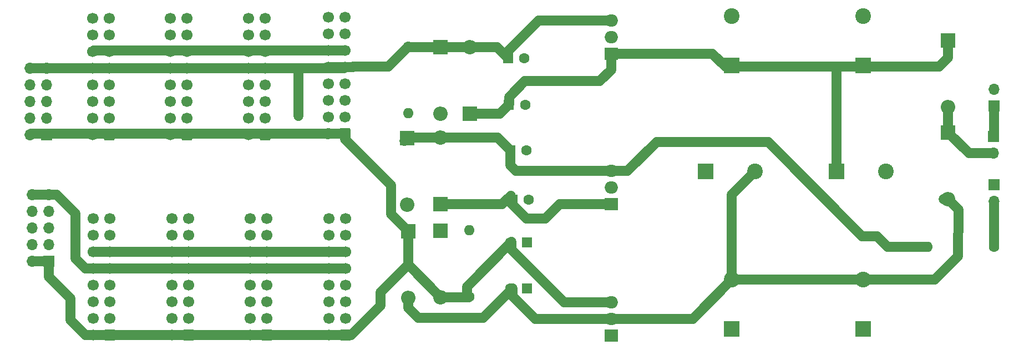
<source format=gbr>
G04 #@! TF.GenerationSoftware,KiCad,Pcbnew,6.0.2+dfsg-1*
G04 #@! TF.CreationDate,2023-05-14T11:53:55+12:00*
G04 #@! TF.ProjectId,MFOS-wallwart,4d464f53-2d77-4616-9c6c-776172742e6b,rev?*
G04 #@! TF.SameCoordinates,Original*
G04 #@! TF.FileFunction,Copper,L1,Top*
G04 #@! TF.FilePolarity,Positive*
%FSLAX46Y46*%
G04 Gerber Fmt 4.6, Leading zero omitted, Abs format (unit mm)*
G04 Created by KiCad (PCBNEW 6.0.2+dfsg-1) date 2023-05-14 11:53:55*
%MOMM*%
%LPD*%
G01*
G04 APERTURE LIST*
G04 Aperture macros list*
%AMRoundRect*
0 Rectangle with rounded corners*
0 $1 Rounding radius*
0 $2 $3 $4 $5 $6 $7 $8 $9 X,Y pos of 4 corners*
0 Add a 4 corners polygon primitive as box body*
4,1,4,$2,$3,$4,$5,$6,$7,$8,$9,$2,$3,0*
0 Add four circle primitives for the rounded corners*
1,1,$1+$1,$2,$3*
1,1,$1+$1,$4,$5*
1,1,$1+$1,$6,$7*
1,1,$1+$1,$8,$9*
0 Add four rect primitives between the rounded corners*
20,1,$1+$1,$2,$3,$4,$5,0*
20,1,$1+$1,$4,$5,$6,$7,0*
20,1,$1+$1,$6,$7,$8,$9,0*
20,1,$1+$1,$8,$9,$2,$3,0*%
G04 Aperture macros list end*
G04 #@! TA.AperFunction,ComponentPad*
%ADD10C,1.600000*%
G04 #@! TD*
G04 #@! TA.AperFunction,ComponentPad*
%ADD11R,1.600000X1.600000*%
G04 #@! TD*
G04 #@! TA.AperFunction,ComponentPad*
%ADD12C,1.700000*%
G04 #@! TD*
G04 #@! TA.AperFunction,ComponentPad*
%ADD13RoundRect,0.250000X0.600000X0.600000X-0.600000X0.600000X-0.600000X-0.600000X0.600000X-0.600000X0*%
G04 #@! TD*
G04 #@! TA.AperFunction,ComponentPad*
%ADD14O,1.700000X1.700000*%
G04 #@! TD*
G04 #@! TA.AperFunction,ComponentPad*
%ADD15R,1.700000X1.700000*%
G04 #@! TD*
G04 #@! TA.AperFunction,ComponentPad*
%ADD16O,1.600000X1.600000*%
G04 #@! TD*
G04 #@! TA.AperFunction,ComponentPad*
%ADD17O,2.200000X2.200000*%
G04 #@! TD*
G04 #@! TA.AperFunction,ComponentPad*
%ADD18R,2.200000X2.200000*%
G04 #@! TD*
G04 #@! TA.AperFunction,ComponentPad*
%ADD19O,2.000000X1.905000*%
G04 #@! TD*
G04 #@! TA.AperFunction,ComponentPad*
%ADD20R,2.000000X1.905000*%
G04 #@! TD*
G04 #@! TA.AperFunction,ComponentPad*
%ADD21C,2.400000*%
G04 #@! TD*
G04 #@! TA.AperFunction,ComponentPad*
%ADD22R,2.400000X2.400000*%
G04 #@! TD*
G04 #@! TA.AperFunction,ViaPad*
%ADD23C,0.800000*%
G04 #@! TD*
G04 #@! TA.AperFunction,Conductor*
%ADD24C,1.500000*%
G04 #@! TD*
G04 APERTURE END LIST*
D10*
X132645200Y-83985600D03*
D11*
X130145200Y-83985600D03*
X130500000Y-91500000D03*
D10*
X133000000Y-91500000D03*
X130182380Y-98000000D03*
D11*
X132682380Y-98000000D03*
D10*
X132317621Y-69951600D03*
D11*
X129817621Y-69951600D03*
D10*
X130182380Y-105105200D03*
D11*
X132682380Y-105105200D03*
D10*
X132448584Y-77021852D03*
D11*
X129948584Y-77021852D03*
D12*
X66525000Y-94420000D03*
X66525000Y-96960000D03*
X66525000Y-99500000D03*
X66525000Y-102040000D03*
X66525000Y-104580000D03*
X66525000Y-107120000D03*
X66525000Y-109660000D03*
X66525000Y-112200000D03*
X69065000Y-94420000D03*
X69065000Y-96960000D03*
X69065000Y-99500000D03*
X69065000Y-102040000D03*
X69065000Y-104580000D03*
X69065000Y-107120000D03*
X69065000Y-109660000D03*
D13*
X69065000Y-112200000D03*
D12*
X78505000Y-94420000D03*
X78505000Y-96960000D03*
X78505000Y-99500000D03*
X78505000Y-102040000D03*
X78505000Y-104580000D03*
X78505000Y-107120000D03*
X78505000Y-109660000D03*
X78505000Y-112200000D03*
X81045000Y-94420000D03*
X81045000Y-96960000D03*
X81045000Y-99500000D03*
X81045000Y-102040000D03*
X81045000Y-104580000D03*
X81045000Y-107120000D03*
X81045000Y-109660000D03*
D13*
X81045000Y-112200000D03*
D12*
X90485000Y-94420000D03*
X90485000Y-96960000D03*
X90485000Y-99500000D03*
X90485000Y-102040000D03*
X90485000Y-104580000D03*
X90485000Y-107120000D03*
X90485000Y-109660000D03*
X90485000Y-112200000D03*
X93025000Y-94420000D03*
X93025000Y-96960000D03*
X93025000Y-99500000D03*
X93025000Y-102040000D03*
X93025000Y-104580000D03*
X93025000Y-107120000D03*
X93025000Y-109660000D03*
D13*
X93025000Y-112200000D03*
D12*
X102465000Y-94420000D03*
X102465000Y-96960000D03*
X102465000Y-99500000D03*
X102465000Y-102040000D03*
X102465000Y-104580000D03*
X102465000Y-107120000D03*
X102465000Y-109660000D03*
X102465000Y-112200000D03*
X105005000Y-94420000D03*
X105005000Y-96960000D03*
X105005000Y-99500000D03*
X105005000Y-102040000D03*
X105005000Y-104580000D03*
X105005000Y-107120000D03*
X105005000Y-109660000D03*
D13*
X105005000Y-112200000D03*
D14*
X57200000Y-90780000D03*
X59740000Y-90780000D03*
X57200000Y-93320000D03*
X59740000Y-93320000D03*
X57200000Y-95860000D03*
X59740000Y-95860000D03*
X57200000Y-98400000D03*
X59740000Y-98400000D03*
X57200000Y-100940000D03*
D15*
X59740000Y-100940000D03*
D14*
X56860000Y-71440000D03*
X59400000Y-71440000D03*
X56860000Y-73980000D03*
X59400000Y-73980000D03*
X56860000Y-76520000D03*
X59400000Y-76520000D03*
X56860000Y-79060000D03*
X59400000Y-79060000D03*
X56860000Y-81600000D03*
D15*
X59400000Y-81600000D03*
D12*
X66460000Y-63820000D03*
X66460000Y-66360000D03*
X66460000Y-68900000D03*
X66460000Y-71440000D03*
X66460000Y-73980000D03*
X66460000Y-76520000D03*
X66460000Y-79060000D03*
X66460000Y-81600000D03*
X69000000Y-63820000D03*
X69000000Y-66360000D03*
X69000000Y-68900000D03*
X69000000Y-71440000D03*
X69000000Y-73980000D03*
X69000000Y-76520000D03*
X69000000Y-79060000D03*
D13*
X69000000Y-81600000D03*
D12*
X78260000Y-63820000D03*
X78260000Y-66360000D03*
X78260000Y-68900000D03*
X78260000Y-71440000D03*
X78260000Y-73980000D03*
X78260000Y-76520000D03*
X78260000Y-79060000D03*
X78260000Y-81600000D03*
X80800000Y-63820000D03*
X80800000Y-66360000D03*
X80800000Y-68900000D03*
X80800000Y-71440000D03*
X80800000Y-73980000D03*
X80800000Y-76520000D03*
X80800000Y-79060000D03*
D13*
X80800000Y-81600000D03*
D12*
X90260000Y-63820000D03*
X90260000Y-66360000D03*
X90260000Y-68900000D03*
X90260000Y-71440000D03*
X90260000Y-73980000D03*
X90260000Y-76520000D03*
X90260000Y-79060000D03*
X90260000Y-81600000D03*
X92800000Y-63820000D03*
X92800000Y-66360000D03*
X92800000Y-68900000D03*
X92800000Y-71440000D03*
X92800000Y-73980000D03*
X92800000Y-76520000D03*
X92800000Y-79060000D03*
D13*
X92800000Y-81600000D03*
D12*
X102411600Y-63659600D03*
X102411600Y-66199600D03*
X102411600Y-68739600D03*
X102411600Y-71279600D03*
X102411600Y-73819600D03*
X102411600Y-76359600D03*
X102411600Y-78899600D03*
X102411600Y-81439600D03*
X104951600Y-63659600D03*
X104951600Y-66199600D03*
X104951600Y-68739600D03*
X104951600Y-71279600D03*
X104951600Y-73819600D03*
X104951600Y-76359600D03*
X104951600Y-78899600D03*
D13*
X104951600Y-81439600D03*
D16*
X193852800Y-98704400D03*
D10*
X204012800Y-98704400D03*
D14*
X204012800Y-91744800D03*
D15*
X204012800Y-89204800D03*
D14*
X203962000Y-84429600D03*
D15*
X203962000Y-81889600D03*
D14*
X204001200Y-74699600D03*
D15*
X204001200Y-77239600D03*
D17*
X114452400Y-92252800D03*
D18*
X114452400Y-82092800D03*
D17*
X119551600Y-82079600D03*
D18*
X119551600Y-92239600D03*
D19*
X145551600Y-87159600D03*
X145551600Y-89699600D03*
D20*
X145551600Y-92239600D03*
D19*
X145551600Y-107159600D03*
X145551600Y-109699600D03*
D20*
X145551600Y-112239600D03*
D19*
X145551600Y-64159600D03*
X145551600Y-66699600D03*
D20*
X145551600Y-69239600D03*
D21*
X164001200Y-103739600D03*
D22*
X164001200Y-111239600D03*
D16*
X123901200Y-96164400D03*
D10*
X123901200Y-106324400D03*
D16*
X114604800Y-78282800D03*
D10*
X114604800Y-68122800D03*
D17*
X119551600Y-106399600D03*
D18*
X119551600Y-96239600D03*
D17*
X119551600Y-78399600D03*
D18*
X119551600Y-68239600D03*
D17*
X114604800Y-106476800D03*
D18*
X114604800Y-96316800D03*
D17*
X124002800Y-68224400D03*
D18*
X124002800Y-78384400D03*
D17*
X197001200Y-91399600D03*
D18*
X197001200Y-81239600D03*
D17*
X197001200Y-77399600D03*
D18*
X197001200Y-67239600D03*
D21*
X167501200Y-87239600D03*
D22*
X160001200Y-87239600D03*
D21*
X187500000Y-87239600D03*
D22*
X180000000Y-87239600D03*
D21*
X184000000Y-63500000D03*
D22*
X184000000Y-71000000D03*
D21*
X184001200Y-103739600D03*
D22*
X184001200Y-111239600D03*
D21*
X164000000Y-63500000D03*
D22*
X164000000Y-71000000D03*
D23*
X97840000Y-78760000D03*
D24*
X128574800Y-78384400D02*
X129997200Y-76962000D01*
X124002800Y-78384400D02*
X128574800Y-78384400D01*
X145551600Y-71692100D02*
X143837700Y-73406000D01*
X145551600Y-69239600D02*
X145551600Y-71692100D01*
X129997200Y-75830630D02*
X129997200Y-76962000D01*
X132421830Y-73406000D02*
X129997200Y-75830630D01*
X143837700Y-73406000D02*
X132421830Y-73406000D01*
X197001200Y-69839600D02*
X197001200Y-67239600D01*
X195601200Y-71239600D02*
X197001200Y-69839600D01*
X183001200Y-71239600D02*
X195601200Y-71239600D01*
X161001200Y-69239600D02*
X163001200Y-71239600D01*
X145551600Y-69239600D02*
X161001200Y-69239600D01*
X163001200Y-71239600D02*
X183001200Y-71239600D01*
X180301200Y-71239600D02*
X183001200Y-71239600D01*
X180001200Y-71539600D02*
X180301200Y-71239600D01*
X180001200Y-87239600D02*
X180001200Y-71539600D01*
X114604800Y-108032434D02*
X116147966Y-109575600D01*
X114604800Y-106476800D02*
X114604800Y-108032434D01*
X126034800Y-109575600D02*
X130505200Y-105105200D01*
X116147966Y-109575600D02*
X126034800Y-109575600D01*
X143051600Y-109699600D02*
X145551600Y-109699600D01*
X130505200Y-106236570D02*
X133968230Y-109699600D01*
X133968230Y-109699600D02*
X143051600Y-109699600D01*
X130505200Y-105105200D02*
X130505200Y-106236570D01*
X196341200Y-91399600D02*
X197001200Y-91399600D01*
X198628000Y-93026400D02*
X197001200Y-91399600D01*
X194964400Y-103739600D02*
X198526400Y-100177600D01*
X184001200Y-103739600D02*
X194964400Y-103739600D01*
X198526400Y-100177600D02*
X198628000Y-93026400D01*
X184001200Y-103739600D02*
X164001200Y-103739600D01*
X164001200Y-90739600D02*
X167501200Y-87239600D01*
X164001200Y-103739600D02*
X164001200Y-90739600D01*
X158041200Y-109699600D02*
X145551600Y-109699600D01*
X164001200Y-103739600D02*
X158041200Y-109699600D01*
X129844800Y-68820230D02*
X129844800Y-69951600D01*
X134505430Y-64159600D02*
X129844800Y-68820230D01*
X145551600Y-64159600D02*
X134505430Y-64159600D01*
X124002800Y-68224400D02*
X127828000Y-68224400D01*
X119566800Y-68224400D02*
X119551600Y-68239600D01*
X124002800Y-68224400D02*
X119566800Y-68224400D01*
X114721600Y-68239600D02*
X114604800Y-68122800D01*
X119551600Y-68239600D02*
X114721600Y-68239600D01*
X128932800Y-92239600D02*
X130240400Y-90932000D01*
X119551600Y-92239600D02*
X128932800Y-92239600D01*
X145551600Y-92239600D02*
X137732000Y-92239600D01*
X137732000Y-92239600D02*
X135534400Y-94437200D01*
X130240400Y-92063370D02*
X130240400Y-90932000D01*
X132614230Y-94437200D02*
X130240400Y-92063370D01*
X135534400Y-94437200D02*
X132614230Y-94437200D01*
X102411600Y-71279600D02*
X104951600Y-71279600D01*
X102350400Y-71340800D02*
X102411600Y-71279600D01*
X128117600Y-68224400D02*
X127828000Y-68224400D01*
X129844800Y-69951600D02*
X128117600Y-68224400D01*
X106153681Y-71279600D02*
X106233281Y-71200000D01*
X104951600Y-71279600D02*
X106153681Y-71279600D01*
X111527600Y-71200000D02*
X114604800Y-68122800D01*
X106233281Y-71200000D02*
X111527600Y-71200000D01*
X66525000Y-102040000D02*
X105005000Y-102040000D01*
X104791200Y-71440000D02*
X104951600Y-71279600D01*
X57200000Y-90780000D02*
X59740000Y-90780000D01*
X60942081Y-90780000D02*
X63800000Y-93637919D01*
X59740000Y-90780000D02*
X60942081Y-90780000D01*
X65322919Y-102040000D02*
X66525000Y-102040000D01*
X63800000Y-100517081D02*
X65322919Y-102040000D01*
X63800000Y-93637919D02*
X63800000Y-100517081D01*
X56860000Y-71440000D02*
X97840000Y-71440000D01*
X97840000Y-71440000D02*
X97840000Y-78760000D01*
X97840000Y-71440000D02*
X104791200Y-71440000D01*
X97840000Y-78760000D02*
X97840000Y-78760000D01*
X123391600Y-106399600D02*
X123551600Y-106239600D01*
X123551600Y-104794400D02*
X130352800Y-97993200D01*
X123551600Y-106239600D02*
X123551600Y-104794400D01*
X102411600Y-81439600D02*
X102414548Y-81439600D01*
X114604800Y-101452800D02*
X119551600Y-106399600D01*
X114604800Y-96316800D02*
X114604800Y-101452800D01*
X102411600Y-81439600D02*
X104951600Y-81439600D01*
X138387830Y-107159600D02*
X145551600Y-107159600D01*
X130352800Y-99124570D02*
X138387830Y-107159600D01*
X130352800Y-97993200D02*
X130352800Y-99124570D01*
X102350400Y-81500800D02*
X102411600Y-81439600D01*
X123826000Y-106399600D02*
X123901200Y-106324400D01*
X119551600Y-106399600D02*
X123826000Y-106399600D01*
X102372000Y-81400000D02*
X102411600Y-81439600D01*
X57020400Y-81439600D02*
X56860000Y-81600000D01*
X102411600Y-81439600D02*
X57020400Y-81439600D01*
X66525000Y-112200000D02*
X105005000Y-112200000D01*
X105855000Y-112200000D02*
X110400000Y-107655000D01*
X105005000Y-112200000D02*
X105855000Y-112200000D01*
X110400000Y-105657600D02*
X114604800Y-101452800D01*
X110400000Y-107655000D02*
X110400000Y-105657600D01*
X57200000Y-100940000D02*
X59740000Y-100940000D01*
X59740000Y-103290000D02*
X63000000Y-106550000D01*
X59740000Y-100940000D02*
X59740000Y-103290000D01*
X65322919Y-112200000D02*
X66525000Y-112200000D01*
X63000000Y-109877081D02*
X65322919Y-112200000D01*
X63000000Y-106550000D02*
X63000000Y-109877081D01*
X112004800Y-89342800D02*
X112004800Y-93716800D01*
X104951600Y-81439600D02*
X104951600Y-82289600D01*
X104951600Y-82289600D02*
X112004800Y-89342800D01*
X112004800Y-93716800D02*
X114604800Y-96316800D01*
X197001200Y-77399600D02*
X197001200Y-81239600D01*
X200191200Y-84429600D02*
X197001200Y-81239600D01*
X203962000Y-84429600D02*
X200191200Y-84429600D01*
X119391600Y-82239600D02*
X119551600Y-82079600D01*
X114465600Y-82079600D02*
X114452400Y-82092800D01*
X119551600Y-82079600D02*
X114465600Y-82079600D01*
X128239200Y-82079600D02*
X130145200Y-83985600D01*
X119551600Y-82079600D02*
X128239200Y-82079600D01*
X102411600Y-68739600D02*
X104951600Y-68739600D01*
X114005600Y-82539600D02*
X114452400Y-82092800D01*
X145551600Y-87159600D02*
X131050800Y-87159600D01*
X130145200Y-86254000D02*
X130145200Y-83985600D01*
X131050800Y-87159600D02*
X130145200Y-86254000D01*
X148051600Y-87159600D02*
X152508800Y-82702400D01*
X145551600Y-87159600D02*
X148051600Y-87159600D01*
X183896000Y-97078800D02*
X186131200Y-97078800D01*
X169519600Y-82702400D02*
X183896000Y-97078800D01*
X186165825Y-97113425D02*
X186131200Y-97078800D01*
X187756800Y-98704400D02*
X186165825Y-97113425D01*
X193852800Y-98704400D02*
X187756800Y-98704400D01*
X152508800Y-82702400D02*
X169519600Y-82702400D01*
X66620400Y-68739600D02*
X66460000Y-68900000D01*
X102411600Y-68739600D02*
X85660400Y-68739600D01*
X66525000Y-99500000D02*
X85700000Y-99500000D01*
X85700000Y-99500000D02*
X105005000Y-99500000D01*
X85660400Y-68739600D02*
X66620400Y-68739600D01*
X204001200Y-77239600D02*
X204001200Y-81850400D01*
X204012800Y-91744800D02*
X204012800Y-98704400D01*
M02*

</source>
